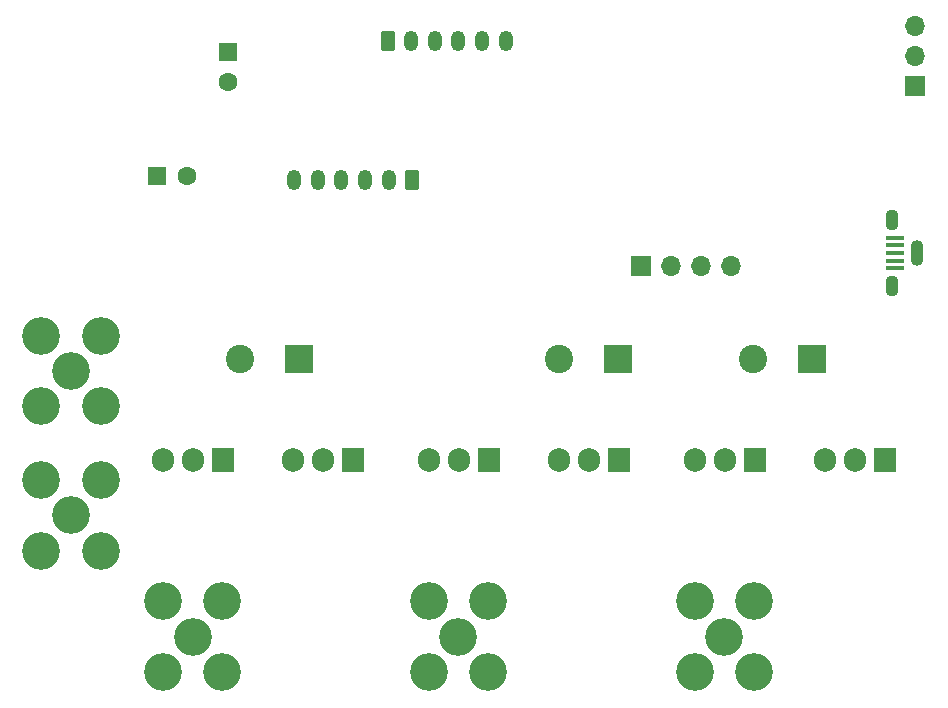
<source format=gbr>
%TF.GenerationSoftware,KiCad,Pcbnew,(6.99.0-2501-g45393f228a)*%
%TF.CreationDate,2022-08-09T23:28:24+12:00*%
%TF.ProjectId,bldc_hardware_riscv,626c6463-5f68-4617-9264-776172655f72,rev?*%
%TF.SameCoordinates,Original*%
%TF.FileFunction,Soldermask,Bot*%
%TF.FilePolarity,Negative*%
%FSLAX46Y46*%
G04 Gerber Fmt 4.6, Leading zero omitted, Abs format (unit mm)*
G04 Created by KiCad (PCBNEW (6.99.0-2501-g45393f228a)) date 2022-08-09 23:28:24*
%MOMM*%
%LPD*%
G01*
G04 APERTURE LIST*
G04 Aperture macros list*
%AMRoundRect*
0 Rectangle with rounded corners*
0 $1 Rounding radius*
0 $2 $3 $4 $5 $6 $7 $8 $9 X,Y pos of 4 corners*
0 Add a 4 corners polygon primitive as box body*
4,1,4,$2,$3,$4,$5,$6,$7,$8,$9,$2,$3,0*
0 Add four circle primitives for the rounded corners*
1,1,$1+$1,$2,$3*
1,1,$1+$1,$4,$5*
1,1,$1+$1,$6,$7*
1,1,$1+$1,$8,$9*
0 Add four rect primitives between the rounded corners*
20,1,$1+$1,$2,$3,$4,$5,0*
20,1,$1+$1,$4,$5,$6,$7,0*
20,1,$1+$1,$6,$7,$8,$9,0*
20,1,$1+$1,$8,$9,$2,$3,0*%
G04 Aperture macros list end*
%ADD10R,1.905000X2.000000*%
%ADD11O,1.905000X2.000000*%
%ADD12R,1.600000X1.600000*%
%ADD13C,1.600000*%
%ADD14RoundRect,0.250000X0.350000X0.625000X-0.350000X0.625000X-0.350000X-0.625000X0.350000X-0.625000X0*%
%ADD15O,1.200000X1.750000*%
%ADD16RoundRect,0.250000X-0.350000X-0.625000X0.350000X-0.625000X0.350000X0.625000X-0.350000X0.625000X0*%
%ADD17R,2.400000X2.400000*%
%ADD18C,2.400000*%
%ADD19C,3.200000*%
%ADD20R,1.500000X0.450000*%
%ADD21O,1.100000X1.800000*%
%ADD22O,1.100000X2.200000*%
%ADD23R,1.700000X1.700000*%
%ADD24O,1.700000X1.700000*%
G04 APERTURE END LIST*
D10*
%TO.C,Q2*%
X99599999Y-118999999D03*
D11*
X97059999Y-118999999D03*
X94519999Y-118999999D03*
%TD*%
D10*
%TO.C,Q5*%
X155599999Y-118999999D03*
D11*
X153059999Y-118999999D03*
X150519999Y-118999999D03*
%TD*%
D10*
%TO.C,Q6*%
X144599999Y-118999999D03*
D11*
X142059999Y-118999999D03*
X139519999Y-118999999D03*
%TD*%
D10*
%TO.C,Q1*%
X110599999Y-118999999D03*
D11*
X108059999Y-118999999D03*
X105519999Y-118999999D03*
%TD*%
D10*
%TO.C,Q4*%
X122099999Y-118999999D03*
D11*
X119559999Y-118999999D03*
X117019999Y-118999999D03*
%TD*%
D10*
%TO.C,Q3*%
X133099999Y-118999999D03*
D11*
X130559999Y-118999999D03*
X128019999Y-118999999D03*
%TD*%
D12*
%TO.C,C17*%
X99999999Y-84499999D03*
D13*
X100000000Y-87000000D03*
%TD*%
D14*
%TO.C,J3*%
X115600000Y-95350000D03*
D15*
X113599999Y-95349999D03*
X111599999Y-95349999D03*
X109599999Y-95349999D03*
X107599999Y-95349999D03*
X105599999Y-95349999D03*
%TD*%
D16*
%TO.C,J2*%
X113500000Y-83550000D03*
D15*
X115499999Y-83549999D03*
X117499999Y-83549999D03*
X119499999Y-83549999D03*
X121499999Y-83549999D03*
X123499999Y-83549999D03*
%TD*%
D17*
%TO.C,C101*%
X105999999Y-110499999D03*
D18*
X101000000Y-110500000D03*
%TD*%
D17*
%TO.C,C102*%
X132999999Y-110499999D03*
D18*
X128000000Y-110500000D03*
%TD*%
D19*
%TO.C,X3*%
X97000000Y-134000000D03*
X99500000Y-137000000D03*
X99500000Y-131000000D03*
X94500000Y-137000000D03*
X94500000Y-131000000D03*
%TD*%
%TO.C,X4*%
X119500000Y-134000000D03*
X122000000Y-137000000D03*
X122000000Y-131000000D03*
X117000000Y-137000000D03*
X117000000Y-131000000D03*
%TD*%
D20*
%TO.C,J1*%
X156437499Y-100199999D03*
X156437499Y-100849999D03*
X156437499Y-101499999D03*
X156437499Y-102149999D03*
X156437499Y-102799999D03*
D21*
X156187499Y-98699999D03*
D22*
X158337499Y-101499999D03*
D21*
X156187499Y-104299999D03*
%TD*%
D19*
%TO.C,X1*%
X86700000Y-111500000D03*
X89200000Y-114500000D03*
X89200000Y-108500000D03*
X84200000Y-114500000D03*
X84200000Y-108500000D03*
%TD*%
D12*
%TO.C,C5*%
X93999999Y-94999999D03*
D13*
X96500000Y-95000000D03*
%TD*%
D17*
%TO.C,C103*%
X149423958Y-110499999D03*
D18*
X144423959Y-110500000D03*
%TD*%
D23*
%TO.C,J4*%
X134999999Y-102599999D03*
D24*
X137539999Y-102599999D03*
X140079999Y-102599999D03*
X142619999Y-102599999D03*
%TD*%
D19*
%TO.C,X5*%
X142000000Y-134000000D03*
X144500000Y-137000000D03*
X144500000Y-131000000D03*
X139500000Y-137000000D03*
X139500000Y-131000000D03*
%TD*%
D23*
%TO.C,J5*%
X158199999Y-87399999D03*
D24*
X158199999Y-84859999D03*
X158199999Y-82319999D03*
%TD*%
D19*
%TO.C,X2*%
X86700000Y-123700000D03*
X89200000Y-126700000D03*
X89200000Y-120700000D03*
X84200000Y-126700000D03*
X84200000Y-120700000D03*
%TD*%
M02*

</source>
